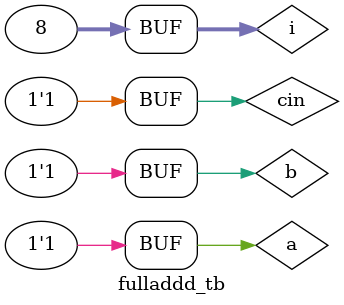
<source format=v>
module fulladdd(a,b,cin,sum,cout);
input a,b,cin;
output sum,cout;
assign sum=a^b^cin;
assign cout= (a&b)||(b&cin)||(cin&a);
endmodule

module fulladdd_tb;
wire sum,cout;
reg a,b,cin;
fulladdd f1(a,b,cin,sum,cout);
integer i;
initial 
begin
for (i=0;i<8;i=i+1)
begin
#2 {cin,b,a}=i;
end
end
endmodule
</source>
